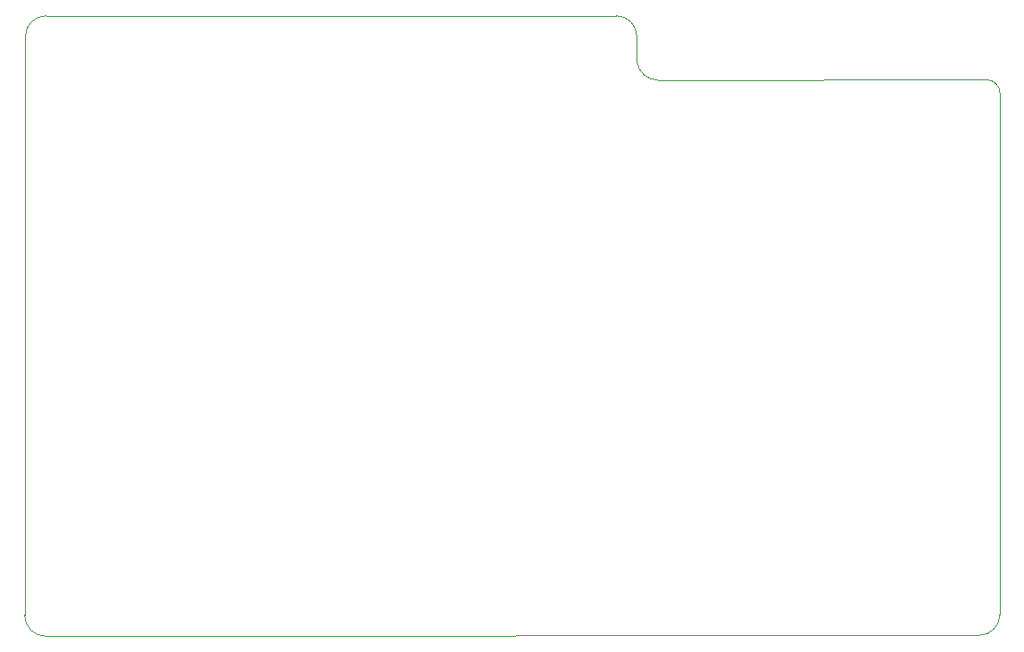
<source format=gbr>
%TF.GenerationSoftware,KiCad,Pcbnew,9.0.4*%
%TF.CreationDate,2025-12-21T22:50:03+05:30*%
%TF.ProjectId,ESP-32 C3 demo project004,4553502d-3332-4204-9333-2064656d6f20,rev?*%
%TF.SameCoordinates,Original*%
%TF.FileFunction,Profile,NP*%
%FSLAX46Y46*%
G04 Gerber Fmt 4.6, Leading zero omitted, Abs format (unit mm)*
G04 Created by KiCad (PCBNEW 9.0.4) date 2025-12-21 22:50:03*
%MOMM*%
%LPD*%
G01*
G04 APERTURE LIST*
%TA.AperFunction,Profile*%
%ADD10C,0.050000*%
%TD*%
G04 APERTURE END LIST*
D10*
X196050050Y-41780499D02*
X196515031Y-41780499D01*
X140493116Y-43759500D02*
X140493116Y-46106809D01*
X198501000Y-43760499D02*
X198501000Y-46110000D01*
X232926000Y-98600000D02*
X232926000Y-49130500D01*
X231656647Y-47860500D02*
G75*
G02*
X232926000Y-49130500I-647J-1270000D01*
G01*
X232926000Y-98600000D02*
G75*
G02*
X230920539Y-100606000I-2006000J0D01*
G01*
X142415633Y-100680227D02*
G75*
G02*
X140434911Y-98687662I-533J1980227D01*
G01*
X140493116Y-43757308D02*
G75*
G02*
X142473150Y-41779501I1979997J-2191D01*
G01*
X140493103Y-46106809D02*
X140434912Y-98687662D01*
X142415633Y-100680227D02*
X230920539Y-100605999D01*
X196050050Y-41780499D02*
X142473150Y-41779501D01*
X231656000Y-47860500D02*
X200491000Y-47892123D01*
X200489980Y-47892123D02*
G75*
G02*
X198501001Y-46110000I1020J2002123D01*
G01*
X196521050Y-41780499D02*
G75*
G02*
X198501013Y-43760499I-37J-1980000D01*
G01*
M02*

</source>
